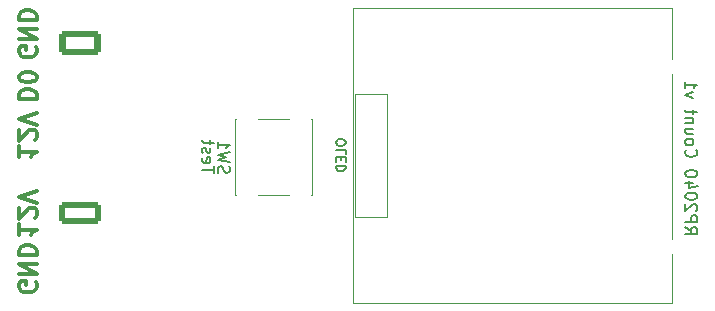
<source format=gbr>
%TF.GenerationSoftware,KiCad,Pcbnew,8.0.8*%
%TF.CreationDate,2025-10-03T16:42:55-04:00*%
%TF.ProjectId,RP2040_Count,52503230-3430-45f4-936f-756e742e6b69,v1*%
%TF.SameCoordinates,Original*%
%TF.FileFunction,Legend,Bot*%
%TF.FilePolarity,Positive*%
%FSLAX46Y46*%
G04 Gerber Fmt 4.6, Leading zero omitted, Abs format (unit mm)*
G04 Created by KiCad (PCBNEW 8.0.8) date 2025-10-03 16:42:55*
%MOMM*%
%LPD*%
G01*
G04 APERTURE LIST*
G04 Aperture macros list*
%AMRoundRect*
0 Rectangle with rounded corners*
0 $1 Rounding radius*
0 $2 $3 $4 $5 $6 $7 $8 $9 X,Y pos of 4 corners*
0 Add a 4 corners polygon primitive as box body*
4,1,4,$2,$3,$4,$5,$6,$7,$8,$9,$2,$3,0*
0 Add four circle primitives for the rounded corners*
1,1,$1+$1,$2,$3*
1,1,$1+$1,$4,$5*
1,1,$1+$1,$6,$7*
1,1,$1+$1,$8,$9*
0 Add four rect primitives between the rounded corners*
20,1,$1+$1,$2,$3,$4,$5,0*
20,1,$1+$1,$4,$5,$6,$7,0*
20,1,$1+$1,$6,$7,$8,$9,0*
20,1,$1+$1,$8,$9,$2,$3,0*%
G04 Aperture macros list end*
%ADD10C,0.300000*%
%ADD11C,0.150000*%
%ADD12C,0.120000*%
%ADD13C,1.524000*%
%ADD14RoundRect,0.250000X-1.550000X0.650000X-1.550000X-0.650000X1.550000X-0.650000X1.550000X0.650000X0*%
%ADD15O,3.600000X1.800000*%
%ADD16RoundRect,0.291667X-1.508333X0.758333X-1.508333X-0.758333X1.508333X-0.758333X1.508333X0.758333X0*%
%ADD17O,3.600000X2.100000*%
%ADD18R,2.500000X1.700000*%
%ADD19O,2.500000X1.700000*%
%ADD20R,1.300000X1.550000*%
G04 APERTURE END LIST*
D10*
X101627742Y-97959774D02*
X101699171Y-98102632D01*
X101699171Y-98102632D02*
X101699171Y-98316917D01*
X101699171Y-98316917D02*
X101627742Y-98531203D01*
X101627742Y-98531203D02*
X101484885Y-98674060D01*
X101484885Y-98674060D02*
X101342028Y-98745489D01*
X101342028Y-98745489D02*
X101056314Y-98816917D01*
X101056314Y-98816917D02*
X100842028Y-98816917D01*
X100842028Y-98816917D02*
X100556314Y-98745489D01*
X100556314Y-98745489D02*
X100413457Y-98674060D01*
X100413457Y-98674060D02*
X100270600Y-98531203D01*
X100270600Y-98531203D02*
X100199171Y-98316917D01*
X100199171Y-98316917D02*
X100199171Y-98174060D01*
X100199171Y-98174060D02*
X100270600Y-97959774D01*
X100270600Y-97959774D02*
X100342028Y-97888346D01*
X100342028Y-97888346D02*
X100842028Y-97888346D01*
X100842028Y-97888346D02*
X100842028Y-98174060D01*
X100199171Y-97245489D02*
X101699171Y-97245489D01*
X101699171Y-97245489D02*
X100199171Y-96388346D01*
X100199171Y-96388346D02*
X101699171Y-96388346D01*
X100199171Y-95674060D02*
X101699171Y-95674060D01*
X101699171Y-95674060D02*
X101699171Y-95316917D01*
X101699171Y-95316917D02*
X101627742Y-95102631D01*
X101627742Y-95102631D02*
X101484885Y-94959774D01*
X101484885Y-94959774D02*
X101342028Y-94888345D01*
X101342028Y-94888345D02*
X101056314Y-94816917D01*
X101056314Y-94816917D02*
X100842028Y-94816917D01*
X100842028Y-94816917D02*
X100556314Y-94888345D01*
X100556314Y-94888345D02*
X100413457Y-94959774D01*
X100413457Y-94959774D02*
X100270600Y-95102631D01*
X100270600Y-95102631D02*
X100199171Y-95316917D01*
X100199171Y-95316917D02*
X100199171Y-95674060D01*
X100199171Y-93059774D02*
X100199171Y-93916917D01*
X100199171Y-93488346D02*
X101699171Y-93488346D01*
X101699171Y-93488346D02*
X101484885Y-93631203D01*
X101484885Y-93631203D02*
X101342028Y-93774060D01*
X101342028Y-93774060D02*
X101270600Y-93916917D01*
X101556314Y-92488346D02*
X101627742Y-92416918D01*
X101627742Y-92416918D02*
X101699171Y-92274061D01*
X101699171Y-92274061D02*
X101699171Y-91916918D01*
X101699171Y-91916918D02*
X101627742Y-91774061D01*
X101627742Y-91774061D02*
X101556314Y-91702632D01*
X101556314Y-91702632D02*
X101413457Y-91631203D01*
X101413457Y-91631203D02*
X101270600Y-91631203D01*
X101270600Y-91631203D02*
X101056314Y-91702632D01*
X101056314Y-91702632D02*
X100199171Y-92559775D01*
X100199171Y-92559775D02*
X100199171Y-91631203D01*
X101699171Y-91202632D02*
X100199171Y-90702632D01*
X100199171Y-90702632D02*
X101699171Y-90202632D01*
X100199171Y-82445489D02*
X101699171Y-82445489D01*
X101699171Y-82445489D02*
X101699171Y-82088346D01*
X101699171Y-82088346D02*
X101627742Y-81874060D01*
X101627742Y-81874060D02*
X101484885Y-81731203D01*
X101484885Y-81731203D02*
X101342028Y-81659774D01*
X101342028Y-81659774D02*
X101056314Y-81588346D01*
X101056314Y-81588346D02*
X100842028Y-81588346D01*
X100842028Y-81588346D02*
X100556314Y-81659774D01*
X100556314Y-81659774D02*
X100413457Y-81731203D01*
X100413457Y-81731203D02*
X100270600Y-81874060D01*
X100270600Y-81874060D02*
X100199171Y-82088346D01*
X100199171Y-82088346D02*
X100199171Y-82445489D01*
X101699171Y-80659774D02*
X101699171Y-80516917D01*
X101699171Y-80516917D02*
X101627742Y-80374060D01*
X101627742Y-80374060D02*
X101556314Y-80302632D01*
X101556314Y-80302632D02*
X101413457Y-80231203D01*
X101413457Y-80231203D02*
X101127742Y-80159774D01*
X101127742Y-80159774D02*
X100770600Y-80159774D01*
X100770600Y-80159774D02*
X100484885Y-80231203D01*
X100484885Y-80231203D02*
X100342028Y-80302632D01*
X100342028Y-80302632D02*
X100270600Y-80374060D01*
X100270600Y-80374060D02*
X100199171Y-80516917D01*
X100199171Y-80516917D02*
X100199171Y-80659774D01*
X100199171Y-80659774D02*
X100270600Y-80802632D01*
X100270600Y-80802632D02*
X100342028Y-80874060D01*
X100342028Y-80874060D02*
X100484885Y-80945489D01*
X100484885Y-80945489D02*
X100770600Y-81016917D01*
X100770600Y-81016917D02*
X101127742Y-81016917D01*
X101127742Y-81016917D02*
X101413457Y-80945489D01*
X101413457Y-80945489D02*
X101556314Y-80874060D01*
X101556314Y-80874060D02*
X101627742Y-80802632D01*
X101627742Y-80802632D02*
X101699171Y-80659774D01*
X100199171Y-86459774D02*
X100199171Y-87316917D01*
X100199171Y-86888346D02*
X101699171Y-86888346D01*
X101699171Y-86888346D02*
X101484885Y-87031203D01*
X101484885Y-87031203D02*
X101342028Y-87174060D01*
X101342028Y-87174060D02*
X101270600Y-87316917D01*
X101556314Y-85888346D02*
X101627742Y-85816918D01*
X101627742Y-85816918D02*
X101699171Y-85674061D01*
X101699171Y-85674061D02*
X101699171Y-85316918D01*
X101699171Y-85316918D02*
X101627742Y-85174061D01*
X101627742Y-85174061D02*
X101556314Y-85102632D01*
X101556314Y-85102632D02*
X101413457Y-85031203D01*
X101413457Y-85031203D02*
X101270600Y-85031203D01*
X101270600Y-85031203D02*
X101056314Y-85102632D01*
X101056314Y-85102632D02*
X100199171Y-85959775D01*
X100199171Y-85959775D02*
X100199171Y-85031203D01*
X101699171Y-84602632D02*
X100199171Y-84102632D01*
X100199171Y-84102632D02*
X101699171Y-83602632D01*
X101627742Y-78059774D02*
X101699171Y-78202632D01*
X101699171Y-78202632D02*
X101699171Y-78416917D01*
X101699171Y-78416917D02*
X101627742Y-78631203D01*
X101627742Y-78631203D02*
X101484885Y-78774060D01*
X101484885Y-78774060D02*
X101342028Y-78845489D01*
X101342028Y-78845489D02*
X101056314Y-78916917D01*
X101056314Y-78916917D02*
X100842028Y-78916917D01*
X100842028Y-78916917D02*
X100556314Y-78845489D01*
X100556314Y-78845489D02*
X100413457Y-78774060D01*
X100413457Y-78774060D02*
X100270600Y-78631203D01*
X100270600Y-78631203D02*
X100199171Y-78416917D01*
X100199171Y-78416917D02*
X100199171Y-78274060D01*
X100199171Y-78274060D02*
X100270600Y-78059774D01*
X100270600Y-78059774D02*
X100342028Y-77988346D01*
X100342028Y-77988346D02*
X100842028Y-77988346D01*
X100842028Y-77988346D02*
X100842028Y-78274060D01*
X100199171Y-77345489D02*
X101699171Y-77345489D01*
X101699171Y-77345489D02*
X100199171Y-76488346D01*
X100199171Y-76488346D02*
X101699171Y-76488346D01*
X100199171Y-75774060D02*
X101699171Y-75774060D01*
X101699171Y-75774060D02*
X101699171Y-75416917D01*
X101699171Y-75416917D02*
X101627742Y-75202631D01*
X101627742Y-75202631D02*
X101484885Y-75059774D01*
X101484885Y-75059774D02*
X101342028Y-74988345D01*
X101342028Y-74988345D02*
X101056314Y-74916917D01*
X101056314Y-74916917D02*
X100842028Y-74916917D01*
X100842028Y-74916917D02*
X100556314Y-74988345D01*
X100556314Y-74988345D02*
X100413457Y-75059774D01*
X100413457Y-75059774D02*
X100270600Y-75202631D01*
X100270600Y-75202631D02*
X100199171Y-75416917D01*
X100199171Y-75416917D02*
X100199171Y-75774060D01*
D11*
X156630180Y-93291792D02*
X157106371Y-93625125D01*
X156630180Y-93863220D02*
X157630180Y-93863220D01*
X157630180Y-93863220D02*
X157630180Y-93482268D01*
X157630180Y-93482268D02*
X157582561Y-93387030D01*
X157582561Y-93387030D02*
X157534942Y-93339411D01*
X157534942Y-93339411D02*
X157439704Y-93291792D01*
X157439704Y-93291792D02*
X157296847Y-93291792D01*
X157296847Y-93291792D02*
X157201609Y-93339411D01*
X157201609Y-93339411D02*
X157153990Y-93387030D01*
X157153990Y-93387030D02*
X157106371Y-93482268D01*
X157106371Y-93482268D02*
X157106371Y-93863220D01*
X156630180Y-92863220D02*
X157630180Y-92863220D01*
X157630180Y-92863220D02*
X157630180Y-92482268D01*
X157630180Y-92482268D02*
X157582561Y-92387030D01*
X157582561Y-92387030D02*
X157534942Y-92339411D01*
X157534942Y-92339411D02*
X157439704Y-92291792D01*
X157439704Y-92291792D02*
X157296847Y-92291792D01*
X157296847Y-92291792D02*
X157201609Y-92339411D01*
X157201609Y-92339411D02*
X157153990Y-92387030D01*
X157153990Y-92387030D02*
X157106371Y-92482268D01*
X157106371Y-92482268D02*
X157106371Y-92863220D01*
X157534942Y-91910839D02*
X157582561Y-91863220D01*
X157582561Y-91863220D02*
X157630180Y-91767982D01*
X157630180Y-91767982D02*
X157630180Y-91529887D01*
X157630180Y-91529887D02*
X157582561Y-91434649D01*
X157582561Y-91434649D02*
X157534942Y-91387030D01*
X157534942Y-91387030D02*
X157439704Y-91339411D01*
X157439704Y-91339411D02*
X157344466Y-91339411D01*
X157344466Y-91339411D02*
X157201609Y-91387030D01*
X157201609Y-91387030D02*
X156630180Y-91958458D01*
X156630180Y-91958458D02*
X156630180Y-91339411D01*
X157630180Y-90720363D02*
X157630180Y-90625125D01*
X157630180Y-90625125D02*
X157582561Y-90529887D01*
X157582561Y-90529887D02*
X157534942Y-90482268D01*
X157534942Y-90482268D02*
X157439704Y-90434649D01*
X157439704Y-90434649D02*
X157249228Y-90387030D01*
X157249228Y-90387030D02*
X157011133Y-90387030D01*
X157011133Y-90387030D02*
X156820657Y-90434649D01*
X156820657Y-90434649D02*
X156725419Y-90482268D01*
X156725419Y-90482268D02*
X156677800Y-90529887D01*
X156677800Y-90529887D02*
X156630180Y-90625125D01*
X156630180Y-90625125D02*
X156630180Y-90720363D01*
X156630180Y-90720363D02*
X156677800Y-90815601D01*
X156677800Y-90815601D02*
X156725419Y-90863220D01*
X156725419Y-90863220D02*
X156820657Y-90910839D01*
X156820657Y-90910839D02*
X157011133Y-90958458D01*
X157011133Y-90958458D02*
X157249228Y-90958458D01*
X157249228Y-90958458D02*
X157439704Y-90910839D01*
X157439704Y-90910839D02*
X157534942Y-90863220D01*
X157534942Y-90863220D02*
X157582561Y-90815601D01*
X157582561Y-90815601D02*
X157630180Y-90720363D01*
X157296847Y-89529887D02*
X156630180Y-89529887D01*
X157677800Y-89767982D02*
X156963514Y-90006077D01*
X156963514Y-90006077D02*
X156963514Y-89387030D01*
X157630180Y-88815601D02*
X157630180Y-88720363D01*
X157630180Y-88720363D02*
X157582561Y-88625125D01*
X157582561Y-88625125D02*
X157534942Y-88577506D01*
X157534942Y-88577506D02*
X157439704Y-88529887D01*
X157439704Y-88529887D02*
X157249228Y-88482268D01*
X157249228Y-88482268D02*
X157011133Y-88482268D01*
X157011133Y-88482268D02*
X156820657Y-88529887D01*
X156820657Y-88529887D02*
X156725419Y-88577506D01*
X156725419Y-88577506D02*
X156677800Y-88625125D01*
X156677800Y-88625125D02*
X156630180Y-88720363D01*
X156630180Y-88720363D02*
X156630180Y-88815601D01*
X156630180Y-88815601D02*
X156677800Y-88910839D01*
X156677800Y-88910839D02*
X156725419Y-88958458D01*
X156725419Y-88958458D02*
X156820657Y-89006077D01*
X156820657Y-89006077D02*
X157011133Y-89053696D01*
X157011133Y-89053696D02*
X157249228Y-89053696D01*
X157249228Y-89053696D02*
X157439704Y-89006077D01*
X157439704Y-89006077D02*
X157534942Y-88958458D01*
X157534942Y-88958458D02*
X157582561Y-88910839D01*
X157582561Y-88910839D02*
X157630180Y-88815601D01*
X156725419Y-86720363D02*
X156677800Y-86767982D01*
X156677800Y-86767982D02*
X156630180Y-86910839D01*
X156630180Y-86910839D02*
X156630180Y-87006077D01*
X156630180Y-87006077D02*
X156677800Y-87148934D01*
X156677800Y-87148934D02*
X156773038Y-87244172D01*
X156773038Y-87244172D02*
X156868276Y-87291791D01*
X156868276Y-87291791D02*
X157058752Y-87339410D01*
X157058752Y-87339410D02*
X157201609Y-87339410D01*
X157201609Y-87339410D02*
X157392085Y-87291791D01*
X157392085Y-87291791D02*
X157487323Y-87244172D01*
X157487323Y-87244172D02*
X157582561Y-87148934D01*
X157582561Y-87148934D02*
X157630180Y-87006077D01*
X157630180Y-87006077D02*
X157630180Y-86910839D01*
X157630180Y-86910839D02*
X157582561Y-86767982D01*
X157582561Y-86767982D02*
X157534942Y-86720363D01*
X156630180Y-86148934D02*
X156677800Y-86244172D01*
X156677800Y-86244172D02*
X156725419Y-86291791D01*
X156725419Y-86291791D02*
X156820657Y-86339410D01*
X156820657Y-86339410D02*
X157106371Y-86339410D01*
X157106371Y-86339410D02*
X157201609Y-86291791D01*
X157201609Y-86291791D02*
X157249228Y-86244172D01*
X157249228Y-86244172D02*
X157296847Y-86148934D01*
X157296847Y-86148934D02*
X157296847Y-86006077D01*
X157296847Y-86006077D02*
X157249228Y-85910839D01*
X157249228Y-85910839D02*
X157201609Y-85863220D01*
X157201609Y-85863220D02*
X157106371Y-85815601D01*
X157106371Y-85815601D02*
X156820657Y-85815601D01*
X156820657Y-85815601D02*
X156725419Y-85863220D01*
X156725419Y-85863220D02*
X156677800Y-85910839D01*
X156677800Y-85910839D02*
X156630180Y-86006077D01*
X156630180Y-86006077D02*
X156630180Y-86148934D01*
X157296847Y-84958458D02*
X156630180Y-84958458D01*
X157296847Y-85387029D02*
X156773038Y-85387029D01*
X156773038Y-85387029D02*
X156677800Y-85339410D01*
X156677800Y-85339410D02*
X156630180Y-85244172D01*
X156630180Y-85244172D02*
X156630180Y-85101315D01*
X156630180Y-85101315D02*
X156677800Y-85006077D01*
X156677800Y-85006077D02*
X156725419Y-84958458D01*
X157296847Y-84482267D02*
X156630180Y-84482267D01*
X157201609Y-84482267D02*
X157249228Y-84434648D01*
X157249228Y-84434648D02*
X157296847Y-84339410D01*
X157296847Y-84339410D02*
X157296847Y-84196553D01*
X157296847Y-84196553D02*
X157249228Y-84101315D01*
X157249228Y-84101315D02*
X157153990Y-84053696D01*
X157153990Y-84053696D02*
X156630180Y-84053696D01*
X157296847Y-83720362D02*
X157296847Y-83339410D01*
X157630180Y-83577505D02*
X156773038Y-83577505D01*
X156773038Y-83577505D02*
X156677800Y-83529886D01*
X156677800Y-83529886D02*
X156630180Y-83434648D01*
X156630180Y-83434648D02*
X156630180Y-83339410D01*
X157296847Y-82339409D02*
X156630180Y-82101314D01*
X156630180Y-82101314D02*
X157296847Y-81863219D01*
X156630180Y-80958457D02*
X156630180Y-81529885D01*
X156630180Y-81244171D02*
X157630180Y-81244171D01*
X157630180Y-81244171D02*
X157487323Y-81339409D01*
X157487323Y-81339409D02*
X157392085Y-81434647D01*
X157392085Y-81434647D02*
X157344466Y-81529885D01*
X127062295Y-86038095D02*
X127062295Y-86190476D01*
X127062295Y-86190476D02*
X127100390Y-86266666D01*
X127100390Y-86266666D02*
X127176580Y-86342857D01*
X127176580Y-86342857D02*
X127328961Y-86380952D01*
X127328961Y-86380952D02*
X127595628Y-86380952D01*
X127595628Y-86380952D02*
X127748009Y-86342857D01*
X127748009Y-86342857D02*
X127824200Y-86266666D01*
X127824200Y-86266666D02*
X127862295Y-86190476D01*
X127862295Y-86190476D02*
X127862295Y-86038095D01*
X127862295Y-86038095D02*
X127824200Y-85961904D01*
X127824200Y-85961904D02*
X127748009Y-85885714D01*
X127748009Y-85885714D02*
X127595628Y-85847618D01*
X127595628Y-85847618D02*
X127328961Y-85847618D01*
X127328961Y-85847618D02*
X127176580Y-85885714D01*
X127176580Y-85885714D02*
X127100390Y-85961904D01*
X127100390Y-85961904D02*
X127062295Y-86038095D01*
X127862295Y-87104761D02*
X127862295Y-86723809D01*
X127862295Y-86723809D02*
X127062295Y-86723809D01*
X127443247Y-87371428D02*
X127443247Y-87638094D01*
X127862295Y-87752380D02*
X127862295Y-87371428D01*
X127862295Y-87371428D02*
X127062295Y-87371428D01*
X127062295Y-87371428D02*
X127062295Y-87752380D01*
X127862295Y-88095238D02*
X127062295Y-88095238D01*
X127062295Y-88095238D02*
X127062295Y-88285714D01*
X127062295Y-88285714D02*
X127100390Y-88400000D01*
X127100390Y-88400000D02*
X127176580Y-88476190D01*
X127176580Y-88476190D02*
X127252771Y-88514285D01*
X127252771Y-88514285D02*
X127405152Y-88552381D01*
X127405152Y-88552381D02*
X127519438Y-88552381D01*
X127519438Y-88552381D02*
X127671819Y-88514285D01*
X127671819Y-88514285D02*
X127748009Y-88476190D01*
X127748009Y-88476190D02*
X127824200Y-88400000D01*
X127824200Y-88400000D02*
X127862295Y-88285714D01*
X127862295Y-88285714D02*
X127862295Y-88095238D01*
X116745180Y-88704761D02*
X116745180Y-88133333D01*
X115745180Y-88419047D02*
X116745180Y-88419047D01*
X115792800Y-87419047D02*
X115745180Y-87514285D01*
X115745180Y-87514285D02*
X115745180Y-87704761D01*
X115745180Y-87704761D02*
X115792800Y-87799999D01*
X115792800Y-87799999D02*
X115888038Y-87847618D01*
X115888038Y-87847618D02*
X116268990Y-87847618D01*
X116268990Y-87847618D02*
X116364228Y-87799999D01*
X116364228Y-87799999D02*
X116411847Y-87704761D01*
X116411847Y-87704761D02*
X116411847Y-87514285D01*
X116411847Y-87514285D02*
X116364228Y-87419047D01*
X116364228Y-87419047D02*
X116268990Y-87371428D01*
X116268990Y-87371428D02*
X116173752Y-87371428D01*
X116173752Y-87371428D02*
X116078514Y-87847618D01*
X115792800Y-86990475D02*
X115745180Y-86895237D01*
X115745180Y-86895237D02*
X115745180Y-86704761D01*
X115745180Y-86704761D02*
X115792800Y-86609523D01*
X115792800Y-86609523D02*
X115888038Y-86561904D01*
X115888038Y-86561904D02*
X115935657Y-86561904D01*
X115935657Y-86561904D02*
X116030895Y-86609523D01*
X116030895Y-86609523D02*
X116078514Y-86704761D01*
X116078514Y-86704761D02*
X116078514Y-86847618D01*
X116078514Y-86847618D02*
X116126133Y-86942856D01*
X116126133Y-86942856D02*
X116221371Y-86990475D01*
X116221371Y-86990475D02*
X116268990Y-86990475D01*
X116268990Y-86990475D02*
X116364228Y-86942856D01*
X116364228Y-86942856D02*
X116411847Y-86847618D01*
X116411847Y-86847618D02*
X116411847Y-86704761D01*
X116411847Y-86704761D02*
X116364228Y-86609523D01*
X116411847Y-86276189D02*
X116411847Y-85895237D01*
X116745180Y-86133332D02*
X115888038Y-86133332D01*
X115888038Y-86133332D02*
X115792800Y-86085713D01*
X115792800Y-86085713D02*
X115745180Y-85990475D01*
X115745180Y-85990475D02*
X115745180Y-85895237D01*
X117092800Y-88708332D02*
X117045180Y-88565475D01*
X117045180Y-88565475D02*
X117045180Y-88327380D01*
X117045180Y-88327380D02*
X117092800Y-88232142D01*
X117092800Y-88232142D02*
X117140419Y-88184523D01*
X117140419Y-88184523D02*
X117235657Y-88136904D01*
X117235657Y-88136904D02*
X117330895Y-88136904D01*
X117330895Y-88136904D02*
X117426133Y-88184523D01*
X117426133Y-88184523D02*
X117473752Y-88232142D01*
X117473752Y-88232142D02*
X117521371Y-88327380D01*
X117521371Y-88327380D02*
X117568990Y-88517856D01*
X117568990Y-88517856D02*
X117616609Y-88613094D01*
X117616609Y-88613094D02*
X117664228Y-88660713D01*
X117664228Y-88660713D02*
X117759466Y-88708332D01*
X117759466Y-88708332D02*
X117854704Y-88708332D01*
X117854704Y-88708332D02*
X117949942Y-88660713D01*
X117949942Y-88660713D02*
X117997561Y-88613094D01*
X117997561Y-88613094D02*
X118045180Y-88517856D01*
X118045180Y-88517856D02*
X118045180Y-88279761D01*
X118045180Y-88279761D02*
X117997561Y-88136904D01*
X118045180Y-87803570D02*
X117045180Y-87565475D01*
X117045180Y-87565475D02*
X117759466Y-87374999D01*
X117759466Y-87374999D02*
X117045180Y-87184523D01*
X117045180Y-87184523D02*
X118045180Y-86946428D01*
X117045180Y-86041666D02*
X117045180Y-86613094D01*
X117045180Y-86327380D02*
X118045180Y-86327380D01*
X118045180Y-86327380D02*
X117902323Y-86422618D01*
X117902323Y-86422618D02*
X117807085Y-86517856D01*
X117807085Y-86517856D02*
X117759466Y-86613094D01*
D12*
%TO.C,J3*%
X128500000Y-74700000D02*
X128500000Y-99700000D01*
X128500000Y-99700000D02*
X155500000Y-99700000D01*
X128640000Y-82010000D02*
X128640000Y-92390000D01*
X128640000Y-82010000D02*
X131360000Y-82010000D01*
X128640000Y-92390000D02*
X131360000Y-92390000D01*
X131360000Y-92390000D02*
X131360000Y-82010000D01*
X155500000Y-74700000D02*
X128500000Y-74700000D01*
X155500000Y-99700000D02*
X155500000Y-74700000D01*
%TO.C,SW1*%
X118520000Y-84145000D02*
X118550000Y-84145000D01*
X118520000Y-90605000D02*
X118520000Y-84145000D01*
X118520000Y-90605000D02*
X118550000Y-90605000D01*
X123050000Y-84145000D02*
X120450000Y-84145000D01*
X123050000Y-90605000D02*
X120450000Y-90605000D01*
X124950000Y-90605000D02*
X124980000Y-90605000D01*
X124980000Y-84145000D02*
X124950000Y-84145000D01*
X124980000Y-90605000D02*
X124980000Y-84145000D01*
%TD*%
%LPC*%
D13*
%TO.C,U5*%
X155910000Y-79760000D03*
X153370000Y-79760000D03*
X150830000Y-79760000D03*
X148290000Y-79760000D03*
X145750000Y-79760000D03*
X143210000Y-79760000D03*
X140670000Y-79760000D03*
X138130000Y-79760000D03*
X135590000Y-79760000D03*
X135600000Y-82300000D03*
X135600000Y-84840000D03*
X135600000Y-87380000D03*
X135600000Y-89920000D03*
X135600000Y-92460000D03*
X135590000Y-95000000D03*
X138130000Y-95000000D03*
X140670000Y-95000000D03*
X143210000Y-95000000D03*
X145750000Y-95000000D03*
X148290000Y-95000000D03*
X150830000Y-95000000D03*
X153370000Y-95000000D03*
X155910000Y-95000000D03*
%TD*%
D14*
%TO.C,TB1*%
X105357500Y-92112500D03*
D15*
X105357500Y-95922500D03*
%TD*%
D16*
%TO.C,J2*%
X105357500Y-77680000D03*
D15*
X105357500Y-81340000D03*
D17*
X105357500Y-85000000D03*
%TD*%
D18*
%TO.C,J3*%
X130000000Y-91000000D03*
D19*
X130000000Y-88500000D03*
X130000000Y-85900000D03*
X130000000Y-83400000D03*
%TD*%
D20*
%TO.C,SW1*%
X124000000Y-91350000D03*
X124000000Y-83400000D03*
X119500000Y-91350000D03*
X119500000Y-83400000D03*
%TD*%
%LPD*%
M02*

</source>
